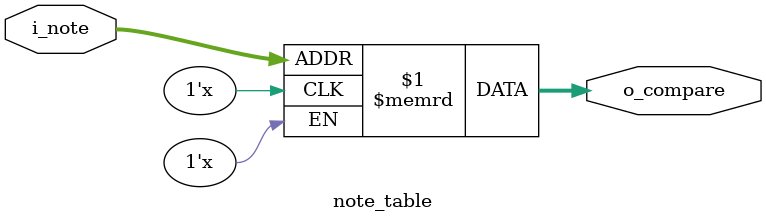
<source format=v>
`default_nettype none

module note_table #(
  parameter FILE = ""
) (
  input wire  [5:0]   i_note,
  output wire [31:0]  o_compare
);
  
  // phase delta = (FREQ_HZ / SAMPLE_HZ) * 2^32;
  reg [31:0] note_table[63:0];
  initial begin
    if (FILE != 0) begin
      $display("Note table file file '%s'.", FILE);
      $readmemh(FILE, note_table);
    end
  end
  assign o_compare = note_table[i_note];
endmodule

</source>
